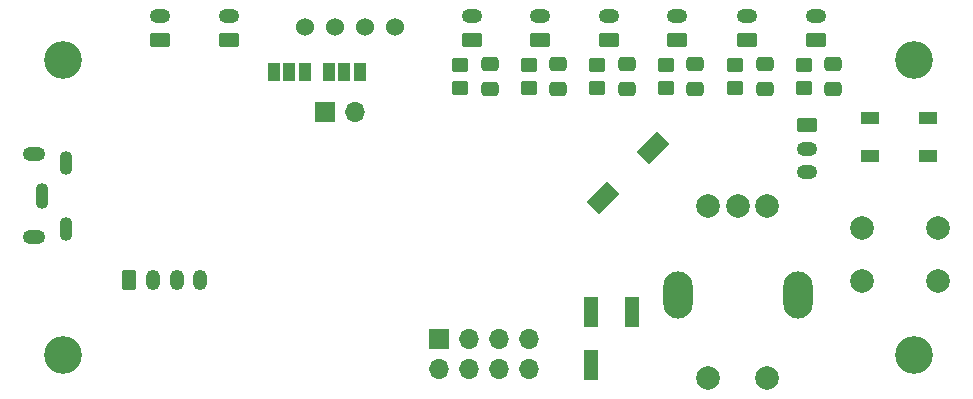
<source format=gts>
G04 #@! TF.GenerationSoftware,KiCad,Pcbnew,(7.0.0)*
G04 #@! TF.CreationDate,2023-02-19T07:57:40+03:00*
G04 #@! TF.ProjectId,V0_McDisplay,56305f4d-6344-4697-9370-6c61792e6b69,1*
G04 #@! TF.SameCoordinates,Original*
G04 #@! TF.FileFunction,Soldermask,Top*
G04 #@! TF.FilePolarity,Negative*
%FSLAX46Y46*%
G04 Gerber Fmt 4.6, Leading zero omitted, Abs format (unit mm)*
G04 Created by KiCad (PCBNEW (7.0.0)) date 2023-02-19 07:57:40*
%MOMM*%
%LPD*%
G01*
G04 APERTURE LIST*
G04 Aperture macros list*
%AMRoundRect*
0 Rectangle with rounded corners*
0 $1 Rounding radius*
0 $2 $3 $4 $5 $6 $7 $8 $9 X,Y pos of 4 corners*
0 Add a 4 corners polygon primitive as box body*
4,1,4,$2,$3,$4,$5,$6,$7,$8,$9,$2,$3,0*
0 Add four circle primitives for the rounded corners*
1,1,$1+$1,$2,$3*
1,1,$1+$1,$4,$5*
1,1,$1+$1,$6,$7*
1,1,$1+$1,$8,$9*
0 Add four rect primitives between the rounded corners*
20,1,$1+$1,$2,$3,$4,$5,0*
20,1,$1+$1,$4,$5,$6,$7,0*
20,1,$1+$1,$6,$7,$8,$9,0*
20,1,$1+$1,$8,$9,$2,$3,0*%
%AMRotRect*
0 Rectangle, with rotation*
0 The origin of the aperture is its center*
0 $1 length*
0 $2 width*
0 $3 Rotation angle, in degrees counterclockwise*
0 Add horizontal line*
21,1,$1,$2,0,0,$3*%
G04 Aperture macros list end*
%ADD10R,1.500000X1.000000*%
%ADD11RoundRect,0.250000X-0.450000X0.350000X-0.450000X-0.350000X0.450000X-0.350000X0.450000X0.350000X0*%
%ADD12C,2.000000*%
%ADD13C,3.200000*%
%ADD14RoundRect,0.250000X0.475000X-0.337500X0.475000X0.337500X-0.475000X0.337500X-0.475000X-0.337500X0*%
%ADD15R,1.200000X2.500000*%
%ADD16R,1.000000X1.500000*%
%ADD17RotRect,2.500000X1.500000X225.000000*%
%ADD18C,1.524000*%
%ADD19O,2.500000X4.000000*%
%ADD20R,1.700000X1.700000*%
%ADD21O,1.700000X1.700000*%
%ADD22RoundRect,0.250000X-0.625000X0.350000X-0.625000X-0.350000X0.625000X-0.350000X0.625000X0.350000X0*%
%ADD23O,1.750000X1.200000*%
%ADD24RoundRect,0.250000X0.625000X-0.350000X0.625000X0.350000X-0.625000X0.350000X-0.625000X-0.350000X0*%
%ADD25RoundRect,0.250000X-0.350000X-0.625000X0.350000X-0.625000X0.350000X0.625000X-0.350000X0.625000X0*%
%ADD26O,1.200000X1.750000*%
%ADD27O,1.900000X1.200000*%
%ADD28O,1.100000X2.000000*%
%ADD29O,1.100000X2.200000*%
G04 APERTURE END LIST*
D10*
X72299999Y-10899999D03*
X72299999Y-14099999D03*
X77199999Y-14099999D03*
X77199999Y-10899999D03*
D11*
X49200000Y-6400000D03*
X49200000Y-8400000D03*
D12*
X71600000Y-20250000D03*
X78100000Y-20250000D03*
X71600000Y-24750000D03*
X78100000Y-24750000D03*
D13*
X76000000Y-31000000D03*
D11*
X43400000Y-6400000D03*
X43400000Y-8400000D03*
X55000000Y-6400000D03*
X55000000Y-8400000D03*
D13*
X4000000Y-31000000D03*
D14*
X57500000Y-8437500D03*
X57500000Y-6362500D03*
D15*
X52149999Y-27349999D03*
X48649999Y-27349999D03*
X48649999Y-31849999D03*
D14*
X69200000Y-8437500D03*
X69200000Y-6362500D03*
X51700000Y-8437500D03*
X51700000Y-6362500D03*
D11*
X66700000Y-6400000D03*
X66700000Y-8400000D03*
X60900000Y-6400000D03*
X60900000Y-8400000D03*
D16*
X24442499Y-6999999D03*
X23142499Y-6999999D03*
X21842499Y-6999999D03*
D14*
X45900000Y-8437500D03*
X45900000Y-6362500D03*
D17*
X53921319Y-13478679D03*
X49678679Y-17721319D03*
D14*
X40100000Y-8437500D03*
X40100000Y-6362500D03*
D13*
X4000000Y-6000000D03*
D11*
X37600000Y-6400000D03*
X37600000Y-8400000D03*
D13*
X76000000Y-6000000D03*
D16*
X26499999Y-6999999D03*
X27799999Y-6999999D03*
X29099999Y-6999999D03*
D18*
X24490000Y-3200000D03*
X27030000Y-3200000D03*
X29570000Y-3200000D03*
X32110000Y-3200000D03*
D14*
X63400000Y-8437500D03*
X63400000Y-6362500D03*
D12*
X63600000Y-18400000D03*
X58600000Y-18400000D03*
X61100000Y-18400000D03*
D19*
X66179999Y-25899999D03*
X56019999Y-25899999D03*
D12*
X63600000Y-32900000D03*
X58600000Y-32900000D03*
D20*
X35819999Y-29624999D03*
D21*
X35819999Y-32164999D03*
X38359999Y-29624999D03*
X38359999Y-32164999D03*
X40899999Y-29624999D03*
X40899999Y-32164999D03*
X43439999Y-29624999D03*
X43439999Y-32164999D03*
D22*
X66950000Y-11500000D03*
D23*
X66949999Y-13499999D03*
X66949999Y-15499999D03*
D20*
X26124999Y-10399999D03*
D21*
X28664999Y-10399999D03*
D24*
X38600000Y-4300000D03*
D23*
X38599999Y-2299999D03*
D24*
X61900000Y-4300000D03*
D23*
X61899999Y-2299999D03*
D24*
X50200000Y-4300000D03*
D23*
X50199999Y-2299999D03*
D25*
X9600000Y-24650000D03*
D26*
X11599999Y-24649999D03*
X13599999Y-24649999D03*
X15599999Y-24649999D03*
D24*
X44400000Y-4300000D03*
D23*
X44399999Y-2299999D03*
D24*
X12200000Y-4300000D03*
D23*
X12199999Y-2299999D03*
D27*
X1562499Y-20999999D03*
D28*
X4262499Y-20293999D03*
D29*
X2230499Y-17499999D03*
D28*
X4262499Y-14705999D03*
D27*
X1562499Y-13999999D03*
D24*
X18000000Y-4300000D03*
D23*
X17999999Y-2299999D03*
D24*
X56000000Y-4300000D03*
D23*
X55999999Y-2299999D03*
D24*
X67700000Y-4300000D03*
D23*
X67699999Y-2299999D03*
M02*

</source>
